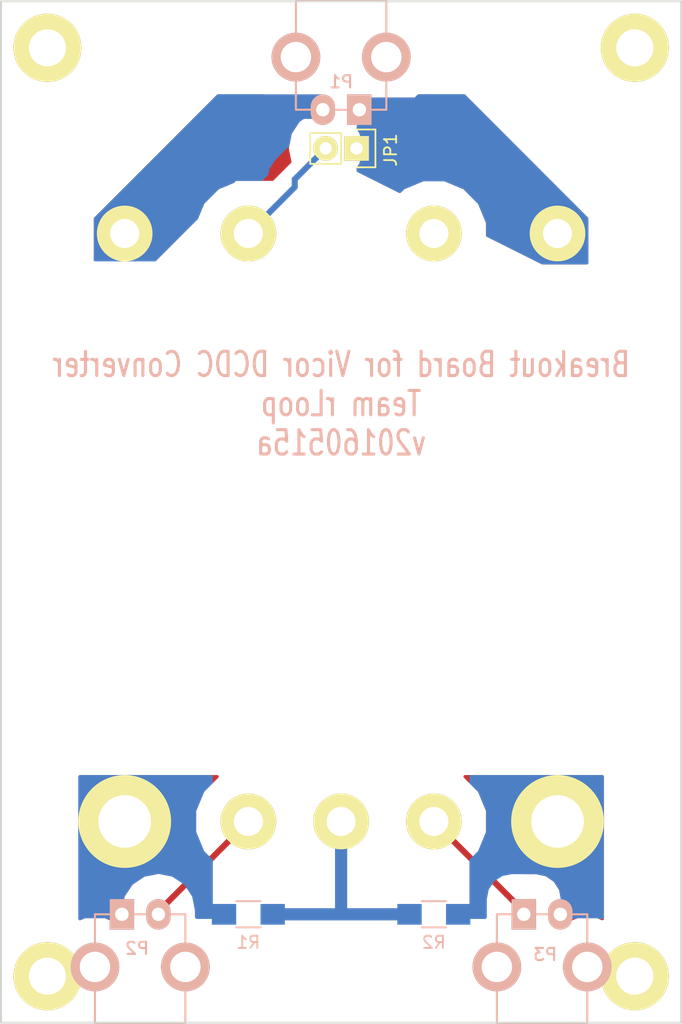
<source format=kicad_pcb>
(kicad_pcb (version 4) (host pcbnew 4.0.2-stable)

  (general
    (links 12)
    (no_connects 5)
    (area 0 0 0 0)
    (thickness 1.6)
    (drawings 5)
    (tracks 16)
    (zones 0)
    (modules 11)
    (nets 16)
  )

  (page A4)
  (layers
    (0 F.Cu signal)
    (31 B.Cu signal)
    (32 B.Adhes user)
    (33 F.Adhes user)
    (34 B.Paste user)
    (35 F.Paste user)
    (36 B.SilkS user)
    (37 F.SilkS user)
    (38 B.Mask user)
    (39 F.Mask user)
    (40 Dwgs.User user)
    (41 Cmts.User user)
    (42 Eco1.User user)
    (43 Eco2.User user)
    (44 Edge.Cuts user)
    (45 Margin user)
    (46 B.CrtYd user)
    (47 F.CrtYd user)
    (48 B.Fab user hide)
    (49 F.Fab user hide)
  )

  (setup
    (last_trace_width 2)
    (user_trace_width 0.5)
    (user_trace_width 0.8)
    (user_trace_width 1)
    (user_trace_width 1.5)
    (user_trace_width 2)
    (user_trace_width 3)
    (user_trace_width 4)
    (user_trace_width 5)
    (trace_clearance 0.2)
    (zone_clearance 2)
    (zone_45_only yes)
    (trace_min 0.2)
    (segment_width 0.2)
    (edge_width 0.15)
    (via_size 0.6)
    (via_drill 0.4)
    (via_min_size 0.4)
    (via_min_drill 0.3)
    (uvia_size 0.3)
    (uvia_drill 0.1)
    (uvias_allowed no)
    (uvia_min_size 0.2)
    (uvia_min_drill 0.1)
    (pcb_text_width 0.3)
    (pcb_text_size 1.5 1.5)
    (mod_edge_width 0.15)
    (mod_text_size 1 1)
    (mod_text_width 0.15)
    (pad_size 1.524 1.524)
    (pad_drill 0.762)
    (pad_to_mask_clearance 0.2)
    (aux_axis_origin 0 0)
    (grid_origin 81.28 91.44)
    (visible_elements FFFEFF7F)
    (pcbplotparams
      (layerselection 0x00030_80000001)
      (usegerberextensions false)
      (excludeedgelayer true)
      (linewidth 0.100000)
      (plotframeref false)
      (viasonmask false)
      (mode 1)
      (useauxorigin false)
      (hpglpennumber 1)
      (hpglpenspeed 20)
      (hpglpendiameter 15)
      (hpglpenoverlay 2)
      (psnegative false)
      (psa4output false)
      (plotreference true)
      (plotvalue true)
      (plotinvisibletext false)
      (padsonsilk false)
      (subtractmaskfromsilk false)
      (outputformat 1)
      (mirror false)
      (drillshape 1)
      (scaleselection 1)
      (outputdirectory ""))
  )

  (net 0 "")
  (net 1 "Net-(JP1-Pad1)")
  (net 2 "Net-(JP1-Pad2)")
  (net 3 "Net-(P1-Pad2)")
  (net 4 "Net-(P1-PadM1)")
  (net 5 "Net-(P1-PadM2)")
  (net 6 "Net-(P2-Pad1)")
  (net 7 "Net-(P2-Pad2)")
  (net 8 "Net-(P2-PadM1)")
  (net 9 "Net-(P2-PadM2)")
  (net 10 "Net-(R1-Pad2)")
  (net 11 "Net-(U1-Pad3)")
  (net 12 "Net-(P3-Pad1)")
  (net 13 "Net-(P3-Pad2)")
  (net 14 "Net-(P3-PadM1)")
  (net 15 "Net-(P3-PadM2)")

  (net_class Default "This is the default net class."
    (clearance 0.2)
    (trace_width 0.25)
    (via_dia 0.6)
    (via_drill 0.4)
    (uvia_dia 0.3)
    (uvia_drill 0.1)
    (add_net "Net-(JP1-Pad1)")
    (add_net "Net-(JP1-Pad2)")
    (add_net "Net-(P1-Pad2)")
    (add_net "Net-(P1-PadM1)")
    (add_net "Net-(P1-PadM2)")
    (add_net "Net-(P2-Pad1)")
    (add_net "Net-(P2-Pad2)")
    (add_net "Net-(P2-PadM1)")
    (add_net "Net-(P2-PadM2)")
    (add_net "Net-(P3-Pad1)")
    (add_net "Net-(P3-Pad2)")
    (add_net "Net-(P3-PadM1)")
    (add_net "Net-(P3-PadM2)")
    (add_net "Net-(R1-Pad2)")
    (add_net "Net-(U1-Pad3)")
  )

  (module Pin_Headers:Pin_Header_Straight_1x02 (layer F.Cu) (tedit 57383FC3) (tstamp 573893E0)
    (at 82.55 60.325 270)
    (descr "Through hole pin header")
    (tags "pin header")
    (path /57397BED)
    (fp_text reference JP1 (at 0.127 -2.794 270) (layer F.SilkS)
      (effects (font (size 1 1) (thickness 0.15)))
    )
    (fp_text value JUMPER (at 0 -3.1 270) (layer F.Fab)
      (effects (font (size 1 1) (thickness 0.15)))
    )
    (fp_line (start 1.27 1.27) (end 1.27 3.81) (layer F.SilkS) (width 0.15))
    (fp_line (start 1.55 -1.55) (end 1.55 0) (layer F.SilkS) (width 0.15))
    (fp_line (start -1.75 -1.75) (end -1.75 4.3) (layer F.CrtYd) (width 0.05))
    (fp_line (start 1.75 -1.75) (end 1.75 4.3) (layer F.CrtYd) (width 0.05))
    (fp_line (start -1.75 -1.75) (end 1.75 -1.75) (layer F.CrtYd) (width 0.05))
    (fp_line (start -1.75 4.3) (end 1.75 4.3) (layer F.CrtYd) (width 0.05))
    (fp_line (start 1.27 1.27) (end -1.27 1.27) (layer F.SilkS) (width 0.15))
    (fp_line (start -1.55 0) (end -1.55 -1.55) (layer F.SilkS) (width 0.15))
    (fp_line (start -1.55 -1.55) (end 1.55 -1.55) (layer F.SilkS) (width 0.15))
    (fp_line (start -1.27 1.27) (end -1.27 3.81) (layer F.SilkS) (width 0.15))
    (fp_line (start -1.27 3.81) (end 1.27 3.81) (layer F.SilkS) (width 0.15))
    (pad 1 thru_hole rect (at 0 0 270) (size 2.032 2.032) (drill 1.016) (layers *.Cu *.Mask F.SilkS)
      (net 1 "Net-(JP1-Pad1)"))
    (pad 2 thru_hole oval (at 0 2.54 270) (size 2.032 2.032) (drill 1.016) (layers *.Cu *.Mask F.SilkS)
      (net 2 "Net-(JP1-Pad2)"))
    (model Pin_Headers.3dshapes/Pin_Header_Straight_1x02.wrl
      (at (xyz 0 -0.05 0))
      (scale (xyz 1 1 1))
      (rotate (xyz 0 0 90))
    )
  )

  (module -footprints:CONN-TE-MICROMNL-2-PTH-MALE-RGT (layer B.Cu) (tedit 57383FC1) (tstamp 573893EC)
    (at 81.28 57.15)
    (path /57397F4B)
    (fp_text reference P1 (at 0 -2.286) (layer B.SilkS)
      (effects (font (size 1 1) (thickness 0.17)) (justify mirror))
    )
    (fp_text value CONN_01X02_2XMNT (at 0 4.5) (layer B.Fab)
      (effects (font (size 1 1) (thickness 0.17)) (justify mirror))
    )
    (fp_line (start -3.715 -8.92) (end 3.715 -8.92) (layer B.SilkS) (width 0.17))
    (fp_line (start -3.715 0) (end 3.715 0) (layer B.SilkS) (width 0.17))
    (fp_line (start -3.715 -8.92) (end -3.715 0) (layer B.SilkS) (width 0.17))
    (fp_line (start 3.715 -8.92) (end 3.715 0) (layer B.SilkS) (width 0.17))
    (pad 1 thru_hole rect (at 1.5 0) (size 2 2.5) (drill 1.1) (layers *.Cu *.Mask B.SilkS)
      (net 1 "Net-(JP1-Pad1)"))
    (pad 2 thru_hole oval (at -1.5 0) (size 2 2.5) (drill 1.1) (layers *.Cu *.Mask B.SilkS)
      (net 3 "Net-(P1-Pad2)"))
    (pad M1 thru_hole circle (at 3.715 -4.32) (size 4 4) (drill 2.5) (layers *.Cu *.Mask B.SilkS)
      (net 4 "Net-(P1-PadM1)"))
    (pad M2 thru_hole circle (at -3.715 -4.32) (size 4 4) (drill 2.5) (layers *.Cu *.Mask B.SilkS)
      (net 5 "Net-(P1-PadM2)"))
  )

  (module -footprints:CONN-TE-MICROMNL-2-PTH-MALE-RGT (layer B.Cu) (tedit 57383FD3) (tstamp 573893F8)
    (at 64.77 123.19 180)
    (path /573983E3)
    (fp_text reference P2 (at 0.254 -2.794 180) (layer B.SilkS)
      (effects (font (size 1 1) (thickness 0.17)) (justify mirror))
    )
    (fp_text value CONN_01X02_2XMNT (at 0 4.5 180) (layer B.Fab)
      (effects (font (size 1 1) (thickness 0.17)) (justify mirror))
    )
    (fp_line (start -3.715 -8.92) (end 3.715 -8.92) (layer B.SilkS) (width 0.17))
    (fp_line (start -3.715 0) (end 3.715 0) (layer B.SilkS) (width 0.17))
    (fp_line (start -3.715 -8.92) (end -3.715 0) (layer B.SilkS) (width 0.17))
    (fp_line (start 3.715 -8.92) (end 3.715 0) (layer B.SilkS) (width 0.17))
    (pad 1 thru_hole rect (at 1.5 0 180) (size 2 2.5) (drill 1.1) (layers *.Cu *.Mask B.SilkS)
      (net 6 "Net-(P2-Pad1)"))
    (pad 2 thru_hole oval (at -1.5 0 180) (size 2 2.5) (drill 1.1) (layers *.Cu *.Mask B.SilkS)
      (net 7 "Net-(P2-Pad2)"))
    (pad M1 thru_hole circle (at 3.715 -4.32 180) (size 4 4) (drill 2.5) (layers *.Cu *.Mask B.SilkS)
      (net 8 "Net-(P2-PadM1)"))
    (pad M2 thru_hole circle (at -3.715 -4.32 180) (size 4 4) (drill 2.5) (layers *.Cu *.Mask B.SilkS)
      (net 9 "Net-(P2-PadM2)"))
  )

  (module -footprints:CONN-TE-MICROMNL-2-PTH-MALE-RGT (layer B.Cu) (tedit 57383FD6) (tstamp 57389404)
    (at 97.79 123.19 180)
    (path /5739858A)
    (fp_text reference P3 (at -0.254 -3.302 180) (layer B.SilkS)
      (effects (font (size 1 1) (thickness 0.17)) (justify mirror))
    )
    (fp_text value CONN_01X02_2XMNT (at 0 4.5 180) (layer B.Fab)
      (effects (font (size 1 1) (thickness 0.17)) (justify mirror))
    )
    (fp_line (start -3.715 -8.92) (end 3.715 -8.92) (layer B.SilkS) (width 0.17))
    (fp_line (start -3.715 0) (end 3.715 0) (layer B.SilkS) (width 0.17))
    (fp_line (start -3.715 -8.92) (end -3.715 0) (layer B.SilkS) (width 0.17))
    (fp_line (start 3.715 -8.92) (end 3.715 0) (layer B.SilkS) (width 0.17))
    (pad 1 thru_hole rect (at 1.5 0 180) (size 2 2.5) (drill 1.1) (layers *.Cu *.Mask B.SilkS)
      (net 12 "Net-(P3-Pad1)"))
    (pad 2 thru_hole oval (at -1.5 0 180) (size 2 2.5) (drill 1.1) (layers *.Cu *.Mask B.SilkS)
      (net 13 "Net-(P3-Pad2)"))
    (pad M1 thru_hole circle (at 3.715 -4.32 180) (size 4 4) (drill 2.5) (layers *.Cu *.Mask B.SilkS)
      (net 14 "Net-(P3-PadM1)"))
    (pad M2 thru_hole circle (at -3.715 -4.32 180) (size 4 4) (drill 2.5) (layers *.Cu *.Mask B.SilkS)
      (net 15 "Net-(P3-PadM2)"))
  )

  (module Resistors_SMD:R_1206_HandSoldering (layer B.Cu) (tedit 5418A20D) (tstamp 57389410)
    (at 73.66 123.19)
    (descr "Resistor SMD 1206, hand soldering")
    (tags "resistor 1206")
    (path /57397976)
    (attr smd)
    (fp_text reference R1 (at 0 2.3) (layer B.SilkS)
      (effects (font (size 1 1) (thickness 0.15)) (justify mirror))
    )
    (fp_text value R (at 0 -2.3) (layer B.Fab)
      (effects (font (size 1 1) (thickness 0.15)) (justify mirror))
    )
    (fp_line (start -3.3 1.2) (end 3.3 1.2) (layer B.CrtYd) (width 0.05))
    (fp_line (start -3.3 -1.2) (end 3.3 -1.2) (layer B.CrtYd) (width 0.05))
    (fp_line (start -3.3 1.2) (end -3.3 -1.2) (layer B.CrtYd) (width 0.05))
    (fp_line (start 3.3 1.2) (end 3.3 -1.2) (layer B.CrtYd) (width 0.05))
    (fp_line (start 1 -1.075) (end -1 -1.075) (layer B.SilkS) (width 0.15))
    (fp_line (start -1 1.075) (end 1 1.075) (layer B.SilkS) (width 0.15))
    (pad 1 smd rect (at -2 0) (size 2 1.7) (layers B.Cu B.Paste B.Mask)
      (net 6 "Net-(P2-Pad1)"))
    (pad 2 smd rect (at 2 0) (size 2 1.7) (layers B.Cu B.Paste B.Mask)
      (net 10 "Net-(R1-Pad2)"))
    (model Resistors_SMD.3dshapes/R_1206_HandSoldering.wrl
      (at (xyz 0 0 0))
      (scale (xyz 1 1 1))
      (rotate (xyz 0 0 0))
    )
  )

  (module Resistors_SMD:R_1206_HandSoldering (layer B.Cu) (tedit 5418A20D) (tstamp 5738941C)
    (at 88.9 123.19)
    (descr "Resistor SMD 1206, hand soldering")
    (tags "resistor 1206")
    (path /57397A38)
    (attr smd)
    (fp_text reference R2 (at 0 2.3) (layer B.SilkS)
      (effects (font (size 1 1) (thickness 0.15)) (justify mirror))
    )
    (fp_text value R (at 0 -2.3) (layer B.Fab)
      (effects (font (size 1 1) (thickness 0.15)) (justify mirror))
    )
    (fp_line (start -3.3 1.2) (end 3.3 1.2) (layer B.CrtYd) (width 0.05))
    (fp_line (start -3.3 -1.2) (end 3.3 -1.2) (layer B.CrtYd) (width 0.05))
    (fp_line (start -3.3 1.2) (end -3.3 -1.2) (layer B.CrtYd) (width 0.05))
    (fp_line (start 3.3 1.2) (end 3.3 -1.2) (layer B.CrtYd) (width 0.05))
    (fp_line (start 1 -1.075) (end -1 -1.075) (layer B.SilkS) (width 0.15))
    (fp_line (start -1 1.075) (end 1 1.075) (layer B.SilkS) (width 0.15))
    (pad 1 smd rect (at -2 0) (size 2 1.7) (layers B.Cu B.Paste B.Mask)
      (net 10 "Net-(R1-Pad2)"))
    (pad 2 smd rect (at 2 0) (size 2 1.7) (layers B.Cu B.Paste B.Mask)
      (net 13 "Net-(P3-Pad2)"))
    (model Resistors_SMD.3dshapes/R_1206_HandSoldering.wrl
      (at (xyz 0 0 0))
      (scale (xyz 1 1 1))
      (rotate (xyz 0 0 0))
    )
  )

  (module -footprints:VICOR-DCDC (layer F.Cu) (tedit 57383FEB) (tstamp 57389438)
    (at 81.28 91.44)
    (path /5739760B)
    (fp_text reference U1 (at 0 1.5) (layer F.SilkS) hide
      (effects (font (size 1 1) (thickness 0.15)))
    )
    (fp_text value VICOR-DCDC (at 0 -1.5) (layer F.Fab)
      (effects (font (size 1 1) (thickness 0.15)))
    )
    (fp_line (start -27.94 -26.035) (end -25.019 -28.956) (layer Dwgs.User) (width 0.17))
    (fp_line (start -27.94 -28.956) (end 27.94 -28.956) (layer Dwgs.User) (width 0.17))
    (fp_line (start 27.94 -28.956) (end 27.94 28.956) (layer Dwgs.User) (width 0.17))
    (fp_line (start 27.94 28.956) (end -27.94 28.956) (layer Dwgs.User) (width 0.17))
    (fp_line (start -27.94 28.956) (end -27.94 -28.956) (layer Dwgs.User) (width 0.17))
    (fp_line (start -22.733 -20.0025) (end 22.733 -20.0025) (layer Dwgs.User) (width 0.17))
    (fp_line (start 22.733 -20.0025) (end 22.733 20.0025) (layer Dwgs.User) (width 0.17))
    (fp_line (start 22.733 20.0025) (end -22.733 20.0025) (layer Dwgs.User) (width 0.17))
    (fp_line (start -22.733 20.0025) (end -22.733 -20.0025) (layer Dwgs.User) (width 0.17))
    (pad 1 thru_hole circle (at -17.78 -24.13) (size 4.572 4.572) (drill 2.3876) (layers *.Cu *.Mask F.SilkS)
      (net 3 "Net-(P1-Pad2)"))
    (pad 2 thru_hole circle (at -7.62 -24.13) (size 4.572 4.572) (drill 2.3876) (layers *.Cu *.Mask F.SilkS)
      (net 2 "Net-(JP1-Pad2)"))
    (pad 3 thru_hole circle (at 7.62 -24.13) (size 4.572 4.572) (drill 2.3876) (layers *.Cu *.Mask F.SilkS)
      (net 11 "Net-(U1-Pad3)"))
    (pad 4 thru_hole circle (at 17.78 -24.13) (size 4.572 4.572) (drill 2.3876) (layers *.Cu *.Mask F.SilkS)
      (net 1 "Net-(JP1-Pad1)"))
    (pad 5 thru_hole circle (at 17.78 24.13) (size 7.62 7.62) (drill 4.318) (layers *.Cu *.Mask F.SilkS)
      (net 13 "Net-(P3-Pad2)"))
    (pad 6 thru_hole circle (at 7.62 24.13) (size 4.572 4.572) (drill 2.3876) (layers *.Cu *.Mask F.SilkS)
      (net 12 "Net-(P3-Pad1)"))
    (pad 7 thru_hole circle (at 0 24.13) (size 4.572 4.572) (drill 2.3876) (layers *.Cu *.Mask F.SilkS)
      (net 10 "Net-(R1-Pad2)"))
    (pad 8 thru_hole circle (at -7.62 24.13) (size 4.572 4.572) (drill 2.3876) (layers *.Cu *.Mask F.SilkS)
      (net 7 "Net-(P2-Pad2)"))
    (pad 9 thru_hole circle (at -17.78 24.13) (size 7.62 7.62) (drill 4.318) (layers *.Cu *.Mask F.SilkS)
      (net 6 "Net-(P2-Pad1)"))
    (pad "" np_thru_hole circle (at -25.4 0) (size 3.2639 3.2639) (drill 3.2639) (layers *.Cu))
    (pad "" np_thru_hole circle (at 25.4 0) (size 3.2639 3.2639) (drill 3.2639) (layers *.Cu))
    (pad "" np_thru_hole circle (at 25.4 -16.51) (size 3.2639 3.2639) (drill 3.2639) (layers *.Cu))
    (pad "" np_thru_hole circle (at 25.4 16.51) (size 3.2639 3.2639) (drill 3.2639) (layers *.Cu))
    (pad "" np_thru_hole circle (at -25.4 16.51) (size 3.2639 3.2639) (drill 3.2639) (layers *.Cu))
    (pad "" np_thru_hole circle (at -25.4 -16.51) (size 3.2639 3.2639) (drill 3.2639) (layers *.Cu))
  )

  (module -footprints:SCREWPAD-4-40 (layer F.Cu) (tedit 57383FCE) (tstamp 5738AE2D)
    (at 105.41 128.27)
    (fp_text reference REF** (at 0 4) (layer F.SilkS) hide
      (effects (font (size 1 1) (thickness 0.15)))
    )
    (fp_text value SCREWPAD-4-40 (at 0 -4.5) (layer F.Fab)
      (effects (font (size 1 1) (thickness 0.15)))
    )
    (pad 1 thru_hole circle (at 0 0) (size 5.588 5.588) (drill 3.048) (layers *.Cu *.Mask F.SilkS))
  )

  (module -footprints:SCREWPAD-4-40 (layer F.Cu) (tedit 57383FDD) (tstamp 5738AE3B)
    (at 105.41 52.07)
    (fp_text reference REF** (at 0 4) (layer F.SilkS) hide
      (effects (font (size 1 1) (thickness 0.15)))
    )
    (fp_text value SCREWPAD-4-40 (at 0 -4.5) (layer F.Fab)
      (effects (font (size 1 1) (thickness 0.15)))
    )
    (pad 1 thru_hole circle (at 0 0) (size 5.588 5.588) (drill 3.048) (layers *.Cu *.Mask F.SilkS))
  )

  (module -footprints:SCREWPAD-4-40 (layer F.Cu) (tedit 57383FE1) (tstamp 5738AE49)
    (at 57.15 52.07)
    (fp_text reference REF** (at 0 4) (layer F.SilkS) hide
      (effects (font (size 1 1) (thickness 0.15)))
    )
    (fp_text value SCREWPAD-4-40 (at 0 -4.5) (layer F.Fab)
      (effects (font (size 1 1) (thickness 0.15)))
    )
    (pad 1 thru_hole circle (at 0 0) (size 5.588 5.588) (drill 3.048) (layers *.Cu *.Mask F.SilkS))
  )

  (module -footprints:SCREWPAD-4-40 (layer F.Cu) (tedit 57383FCA) (tstamp 5738AE52)
    (at 57.15 128.27)
    (fp_text reference REF** (at 0 4) (layer F.SilkS) hide
      (effects (font (size 1 1) (thickness 0.15)))
    )
    (fp_text value SCREWPAD-4-40 (at 0 -4.5) (layer F.Fab)
      (effects (font (size 1 1) (thickness 0.15)))
    )
    (pad 1 thru_hole circle (at 0 0) (size 5.588 5.588) (drill 3.048) (layers *.Cu *.Mask F.SilkS))
  )

  (gr_text "Breakout Board for Vicor DCDC Converter\nTeam rLoop\nv20160515a" (at 81.28 81.28) (layer B.SilkS)
    (effects (font (size 2 1.5) (thickness 0.25)) (justify mirror))
  )
  (gr_line (start 53.34 132.08) (end 53.34 48.26) (angle 90) (layer Edge.Cuts) (width 0.15))
  (gr_line (start 109.22 132.08) (end 53.34 132.08) (angle 90) (layer Edge.Cuts) (width 0.15))
  (gr_line (start 109.22 48.26) (end 109.22 132.08) (angle 90) (layer Edge.Cuts) (width 0.15))
  (gr_line (start 53.34 48.26) (end 109.22 48.26) (angle 90) (layer Edge.Cuts) (width 0.15))

  (segment (start 82.78 57.15) (end 90.17 57.15) (width 2) (layer F.Cu) (net 1))
  (segment (start 82.78 57.15) (end 90.17 57.15) (width 2) (layer B.Cu) (net 1))
  (segment (start 73.66 67.31) (end 77.47 63.5) (width 0.5) (layer B.Cu) (net 2))
  (segment (start 77.47 62.865) (end 80.01 60.325) (width 0.5) (layer B.Cu) (net 2) (tstamp 57389503))
  (segment (start 77.47 63.5) (end 77.47 62.865) (width 0.5) (layer B.Cu) (net 2) (tstamp 57389502))
  (segment (start 79.78 57.15) (end 79.526 56.896) (width 2) (layer B.Cu) (net 3))
  (segment (start 79.526 56.896) (end 71.628 56.896) (width 2) (layer B.Cu) (net 3) (tstamp 5738A1C7))
  (segment (start 79.526 56.896) (end 71.628 56.896) (width 2) (layer F.Cu) (net 3) (tstamp 5738A1C4))
  (segment (start 73.66 115.57) (end 66.04 123.19) (width 0.5) (layer F.Cu) (net 7))
  (segment (start 66.04 123.19) (end 66.27 123.19) (width 0.5) (layer F.Cu) (net 7) (tstamp 573894E5))
  (segment (start 81.28 115.57) (end 81.28 123.19) (width 1) (layer B.Cu) (net 10))
  (segment (start 86.9 123.19) (end 81.28 123.19) (width 1) (layer B.Cu) (net 10))
  (segment (start 81.28 123.19) (end 76.2 123.19) (width 1) (layer B.Cu) (net 10) (tstamp 573894DD))
  (segment (start 76.2 123.19) (end 75.66 123.19) (width 1) (layer B.Cu) (net 10) (tstamp 573894DA))
  (segment (start 88.9 115.57) (end 96.52 123.19) (width 0.5) (layer F.Cu) (net 12))
  (segment (start 96.52 123.19) (end 96.29 123.19) (width 0.5) (layer F.Cu) (net 12) (tstamp 573894E3))

  (zone (net 6) (net_name "Net-(P2-Pad1)") (layer B.Cu) (tstamp 573894E7) (hatch edge 0.508)
    (connect_pads yes (clearance 2))
    (min_thickness 0.254)
    (fill yes (arc_segments 16) (thermal_gap 0.3) (thermal_bridge_width 0.5))
    (polygon
      (pts
        (xy 62.23 123.571) (xy 70.739 123.571) (xy 70.739 111.76) (xy 59.69 111.76) (xy 59.69 124.46)
        (xy 62.23 124.46)
      )
    )
    (filled_polygon
      (pts
        (xy 70.612 112.377199) (xy 69.921022 113.066972) (xy 69.247767 114.688349) (xy 69.246235 116.443949) (xy 69.916659 118.066498)
        (xy 70.612 118.763054) (xy 70.612 123.444) (xy 69.454688 123.444) (xy 69.397 123.420046) (xy 69.397 122.873841)
        (xy 69.158971 121.67719) (xy 68.481123 120.662718) (xy 67.466651 119.98487) (xy 66.27 119.746841) (xy 65.073349 119.98487)
        (xy 64.058877 120.662718) (xy 63.381029 121.67719) (xy 63.143 122.873841) (xy 63.143 123.444) (xy 62.23 123.444)
        (xy 62.18059 123.454006) (xy 62.138965 123.482447) (xy 62.134392 123.489553) (xy 61.879513 123.383718) (xy 60.23769 123.382285)
        (xy 59.817 123.55611) (xy 59.817 111.887) (xy 70.612 111.887)
      )
    )
  )
  (zone (net 6) (net_name "Net-(P2-Pad1)") (layer F.Cu) (tstamp 573894E7) (hatch edge 0.508)
    (connect_pads yes (clearance 2))
    (min_thickness 0.254)
    (fill yes (arc_segments 16) (thermal_gap 0.3) (thermal_bridge_width 0.5))
    (polygon
      (pts
        (xy 62.23 124.46) (xy 73.025 124.46) (xy 73.025 111.76) (xy 59.69 111.76) (xy 59.69 124.46)
        (xy 62.23 124.46)
      )
    )
    (filled_polygon
      (pts
        (xy 69.921022 113.066972) (xy 69.247767 114.688349) (xy 69.246235 116.443949) (xy 69.298346 116.570068) (xy 66.084718 119.783696)
        (xy 65.073349 119.98487) (xy 64.058877 120.662718) (xy 63.381029 121.67719) (xy 63.143 122.873841) (xy 63.143 123.506159)
        (xy 63.230207 123.944575) (xy 61.879513 123.383718) (xy 60.23769 123.382285) (xy 59.817 123.55611) (xy 59.817 111.887)
        (xy 71.103056 111.887)
      )
    )
  )
  (zone (net 13) (net_name "Net-(P3-Pad2)") (layer B.Cu) (tstamp 573894F3) (hatch edge 0.508)
    (connect_pads yes (clearance 2))
    (min_thickness 0.254)
    (fill yes (arc_segments 16) (thermal_gap 0.3) (thermal_bridge_width 0.5))
    (polygon
      (pts
        (xy 102.87 123.571) (xy 91.821 123.571) (xy 91.821 111.76) (xy 102.87 111.76) (xy 102.87 123.571)
      )
    )
    (filled_polygon
      (pts
        (xy 102.743 123.444) (xy 102.474688 123.444) (xy 102.329513 123.383718) (xy 100.68769 123.382285) (xy 100.538328 123.444)
        (xy 99.45867 123.444) (xy 99.45867 121.94) (xy 99.310356 121.151781) (xy 98.84452 120.42785) (xy 98.133734 119.942191)
        (xy 97.29 119.77133) (xy 95.29 119.77133) (xy 94.501781 119.919644) (xy 93.77785 120.38548) (xy 93.292191 121.096266)
        (xy 93.12133 121.94) (xy 93.12133 123.438628) (xy 93.108329 123.444) (xy 91.948 123.444) (xy 91.948 118.762801)
        (xy 92.638978 118.073028) (xy 93.312233 116.451651) (xy 93.313765 114.696051) (xy 92.643341 113.073502) (xy 91.948 112.376946)
        (xy 91.948 111.887) (xy 102.743 111.887)
      )
    )
  )
  (zone (net 13) (net_name "Net-(P3-Pad2)") (layer F.Cu) (tstamp 573894F3) (hatch edge 0.508)
    (connect_pads yes (clearance 2))
    (min_thickness 0.254)
    (fill yes (arc_segments 16) (thermal_gap 0.3) (thermal_bridge_width 0.5))
    (polygon
      (pts
        (xy 102.87 124.46) (xy 89.535 124.46) (xy 89.535 111.76) (xy 102.87 111.76) (xy 102.87 124.46)
      )
    )
    (filled_polygon
      (pts
        (xy 102.743 123.555413) (xy 102.329513 123.383718) (xy 100.68769 123.382285) (xy 99.45867 123.890105) (xy 99.45867 121.94)
        (xy 99.310356 121.151781) (xy 98.84452 120.42785) (xy 98.133734 119.942191) (xy 97.29 119.77133) (xy 96.462916 119.77133)
        (xy 93.262649 116.571063) (xy 93.312233 116.451651) (xy 93.313765 114.696051) (xy 92.643341 113.073502) (xy 91.458908 111.887)
        (xy 102.743 111.887)
      )
    )
  )
  (zone (net 3) (net_name "Net-(P1-Pad2)") (layer B.Cu) (tstamp 573894FD) (hatch edge 0.508)
    (connect_pads yes (clearance 2))
    (min_thickness 0.254)
    (fill yes (arc_segments 16) (thermal_gap 0.3) (thermal_bridge_width 0.5))
    (polygon
      (pts
        (xy 80.772 69.596) (xy 60.96 69.596) (xy 60.96 55.88) (xy 80.772 55.88) (xy 80.772 69.596)
      )
    )
    (filled_polygon
      (pts
        (xy 75.22419 56.32666) (xy 76.740487 56.956282) (xy 78.38231 56.957715) (xy 79.61133 56.449895) (xy 79.61133 57.199726)
        (xy 78.807226 57.359672) (xy 77.787563 58.040988) (xy 77.106247 59.060651) (xy 76.905986 60.067428) (xy 75.789207 61.184207)
        (xy 75.273938 61.955361) (xy 75.179803 62.428611) (xy 74.743414 62.865) (xy 72.644 62.865) (xy 72.596211 62.874334)
        (xy 72.554197 62.902197) (xy 72.401101 63.055293) (xy 71.163502 63.566659) (xy 69.921022 64.806972) (xy 69.40379 66.052604)
        (xy 65.987394 69.469) (xy 61.087 69.469) (xy 61.087 66.092606) (xy 71.172606 56.007) (xy 74.905087 56.007)
      )
    )
  )
  (zone (net 3) (net_name "Net-(P1-Pad2)") (layer F.Cu) (tstamp 57389509) (hatch edge 0.508)
    (connect_pads yes (clearance 2))
    (min_thickness 0.254)
    (fill yes (arc_segments 16) (thermal_gap 0.3) (thermal_bridge_width 0.5))
    (polygon
      (pts
        (xy 80.772 57.912) (xy 69.088 69.596) (xy 60.96 69.596) (xy 60.96 55.88) (xy 80.772 55.88)
        (xy 80.772 57.912)
      )
    )
    (filled_polygon
      (pts
        (xy 75.22419 56.32666) (xy 76.740487 56.956282) (xy 78.38231 56.957715) (xy 79.61133 56.449895) (xy 79.61133 57.199726)
        (xy 78.807226 57.359672) (xy 77.787563 58.040988) (xy 77.106247 59.060651) (xy 76.867 60.263425) (xy 76.867 60.386575)
        (xy 77.074525 61.429869) (xy 75.639394 62.865) (xy 72.644 62.865) (xy 72.596211 62.874334) (xy 72.554197 62.902197)
        (xy 72.401101 63.055293) (xy 71.163502 63.566659) (xy 69.921022 64.806972) (xy 69.40379 66.052604) (xy 65.987394 69.469)
        (xy 61.087 69.469) (xy 61.087 66.092606) (xy 71.172606 56.007) (xy 74.905087 56.007)
      )
    )
  )
  (zone (net 1) (net_name "Net-(JP1-Pad1)") (layer B.Cu) (tstamp 5738950F) (hatch edge 0.508)
    (connect_pads yes (clearance 2))
    (min_thickness 0.254)
    (fill yes (arc_segments 16) (thermal_gap 0.3) (thermal_bridge_width 0.5))
    (polygon
      (pts
        (xy 101.6 69.85) (xy 97.79 69.85) (xy 82.55 62.23) (xy 82.55 55.88) (xy 101.6 55.88)
        (xy 101.6 69.85)
      )
    )
    (filled_polygon
      (pts
        (xy 101.473 66.092606) (xy 101.473 69.723) (xy 97.81998 69.723) (xy 93.312863 67.469442) (xy 93.313765 66.436051)
        (xy 92.643341 64.813502) (xy 91.403028 63.571022) (xy 89.781651 62.897767) (xy 88.026051 62.896235) (xy 86.403502 63.566659)
        (xy 86.10442 63.86522) (xy 82.677 62.15151) (xy 82.677 61.943675) (xy 82.913753 61.589349) (xy 83.153 60.386575)
        (xy 83.153 60.263425) (xy 82.913753 59.060651) (xy 82.677 58.706324) (xy 82.677 58.622446) (xy 82.907 57.466159)
        (xy 82.907 56.833841) (xy 82.819793 56.395425) (xy 84.170487 56.956282) (xy 85.81231 56.957715) (xy 87.329704 56.330741)
        (xy 87.65401 56.007) (xy 91.387394 56.007)
      )
    )
  )
  (zone (net 1) (net_name "Net-(JP1-Pad1)") (layer F.Cu) (tstamp 5738950F) (hatch edge 0.508)
    (connect_pads yes (clearance 2))
    (min_thickness 0.254)
    (fill yes (arc_segments 16) (thermal_gap 0.3) (thermal_bridge_width 0.5))
    (polygon
      (pts
        (xy 101.6 69.85) (xy 97.79 69.85) (xy 82.55 62.23) (xy 82.55 55.88) (xy 101.6 55.88)
        (xy 101.6 69.85)
      )
    )
    (filled_polygon
      (pts
        (xy 101.473 66.092606) (xy 101.473 69.723) (xy 97.81998 69.723) (xy 93.312863 67.469442) (xy 93.313765 66.436051)
        (xy 92.643341 64.813502) (xy 91.403028 63.571022) (xy 89.781651 62.897767) (xy 88.026051 62.896235) (xy 86.403502 63.566659)
        (xy 86.10442 63.86522) (xy 82.677 62.15151) (xy 82.677 61.943675) (xy 82.913753 61.589349) (xy 83.153 60.386575)
        (xy 83.153 60.263425) (xy 82.913753 59.060651) (xy 82.677 58.706324) (xy 82.677 58.622446) (xy 82.907 57.466159)
        (xy 82.907 56.833841) (xy 82.819793 56.395425) (xy 84.170487 56.956282) (xy 85.81231 56.957715) (xy 87.329704 56.330741)
        (xy 87.65401 56.007) (xy 91.387394 56.007)
      )
    )
  )
  (zone (net 0) (net_name "") (layer F.Cu) (tstamp 5738AE5C) (hatch edge 0.508)
    (connect_pads yes (clearance 2))
    (min_thickness 0.254)
    (keepout (tracks allowed) (vias allowed) (copperpour not_allowed))
    (fill (arc_segments 16) (thermal_gap 0.3) (thermal_bridge_width 0.5))
    (polygon
      (pts
        (xy 101.6 66.04) (xy 91.44 55.88) (xy 101.6 55.88) (xy 101.6 66.04)
      )
    )
  )
  (zone (net 0) (net_name "") (layer B.Cu) (tstamp 5738AE5C) (hatch edge 0.508)
    (connect_pads yes (clearance 2))
    (min_thickness 0.254)
    (keepout (tracks allowed) (vias allowed) (copperpour not_allowed))
    (fill (arc_segments 16) (thermal_gap 0.3) (thermal_bridge_width 0.5))
    (polygon
      (pts
        (xy 101.6 66.04) (xy 91.44 55.88) (xy 101.6 55.88) (xy 101.6 66.04)
      )
    )
  )
  (zone (net 0) (net_name "") (layer F.Cu) (tstamp 5738AE61) (hatch edge 0.508)
    (connect_pads yes (clearance 2))
    (min_thickness 0.254)
    (keepout (tracks allowed) (vias allowed) (copperpour not_allowed))
    (fill (arc_segments 16) (thermal_gap 0.3) (thermal_bridge_width 0.5))
    (polygon
      (pts
        (xy 66.04 69.596) (xy 72.644 62.992) (xy 75.692 62.992) (xy 69.088 69.596) (xy 66.548 69.596)
      )
    )
  )
  (zone (net 0) (net_name "") (layer B.Cu) (tstamp 5738AE61) (hatch edge 0.508)
    (connect_pads yes (clearance 2))
    (min_thickness 0.254)
    (keepout (tracks allowed) (vias allowed) (copperpour not_allowed))
    (fill (arc_segments 16) (thermal_gap 0.3) (thermal_bridge_width 0.5))
    (polygon
      (pts
        (xy 66.04 69.596) (xy 72.644 62.992) (xy 75.692 62.992) (xy 69.088 69.596) (xy 66.548 69.596)
      )
    )
  )
  (zone (net 0) (net_name "") (layer F.Cu) (tstamp 5738AE67) (hatch edge 0.508)
    (connect_pads yes (clearance 2))
    (min_thickness 0.254)
    (keepout (tracks allowed) (vias allowed) (copperpour not_allowed))
    (fill (arc_segments 16) (thermal_gap 0.3) (thermal_bridge_width 0.5))
    (polygon
      (pts
        (xy 60.96 66.04) (xy 60.96 55.88) (xy 71.12 55.88) (xy 60.96 66.04)
      )
    )
  )
  (zone (net 0) (net_name "") (layer B.Cu) (tstamp 5738AE6B) (hatch edge 0.508)
    (connect_pads yes (clearance 2))
    (min_thickness 0.254)
    (keepout (tracks allowed) (vias allowed) (copperpour not_allowed))
    (fill (arc_segments 16) (thermal_gap 0.3) (thermal_bridge_width 0.5))
    (polygon
      (pts
        (xy 60.96 66.04) (xy 60.96 55.88) (xy 71.12 55.88) (xy 60.96 66.04)
      )
    )
  )
)

</source>
